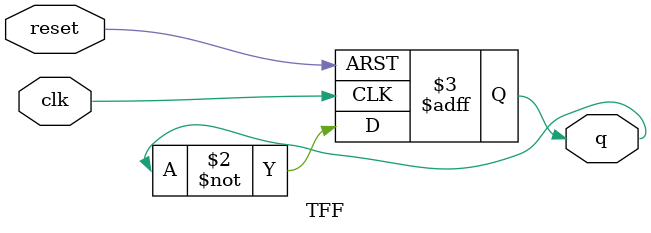
<source format=v>
module TFF(
    input clk,
    input reset,
    output reg q
);
    always @(posedge clk or posedge reset) begin
        if (reset)
            q <= 0;
        else
            q <= ~q;
    end
endmodule

</source>
